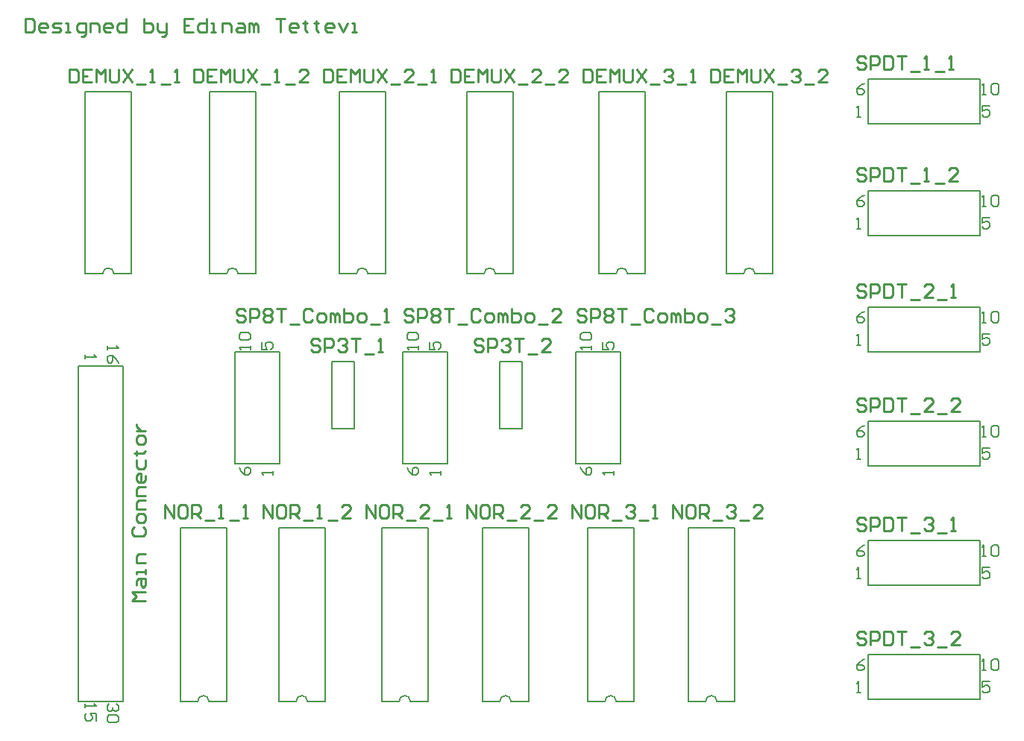
<source format=gto>
G04 Layer_Color=65535*
%FSLAX23Y23*%
%MOIN*%
G70*
G01*
G75*
%ADD10C,0.010*%
%ADD17C,0.008*%
%ADD18C,0.008*%
D10*
X165Y3420D02*
Y3360D01*
X195D01*
X205Y3370D01*
Y3410D01*
X195Y3420D01*
X165D01*
X255Y3360D02*
X235D01*
X225Y3370D01*
Y3390D01*
X235Y3400D01*
X255D01*
X265Y3390D01*
Y3380D01*
X225D01*
X285Y3360D02*
X315D01*
X325Y3370D01*
X315Y3380D01*
X295D01*
X285Y3390D01*
X295Y3400D01*
X325D01*
X345Y3360D02*
X365D01*
X355D01*
Y3400D01*
X345D01*
X415Y3340D02*
X425D01*
X435Y3350D01*
Y3400D01*
X405D01*
X395Y3390D01*
Y3370D01*
X405Y3360D01*
X435D01*
X455D02*
Y3400D01*
X485D01*
X495Y3390D01*
Y3360D01*
X545D02*
X525D01*
X515Y3370D01*
Y3390D01*
X525Y3400D01*
X545D01*
X555Y3390D01*
Y3380D01*
X515D01*
X615Y3420D02*
Y3360D01*
X585D01*
X575Y3370D01*
Y3390D01*
X585Y3400D01*
X615D01*
X695Y3420D02*
Y3360D01*
X725D01*
X735Y3370D01*
Y3380D01*
Y3390D01*
X725Y3400D01*
X695D01*
X755D02*
Y3370D01*
X765Y3360D01*
X795D01*
Y3350D01*
X785Y3340D01*
X775D01*
X795Y3360D02*
Y3400D01*
X915Y3420D02*
X875D01*
Y3360D01*
X915D01*
X875Y3390D02*
X895D01*
X975Y3420D02*
Y3360D01*
X945D01*
X935Y3370D01*
Y3390D01*
X945Y3400D01*
X975D01*
X995Y3360D02*
X1015D01*
X1005D01*
Y3400D01*
X995D01*
X1045Y3360D02*
Y3400D01*
X1075D01*
X1085Y3390D01*
Y3360D01*
X1115Y3400D02*
X1135D01*
X1145Y3390D01*
Y3360D01*
X1115D01*
X1105Y3370D01*
X1115Y3380D01*
X1145D01*
X1165Y3360D02*
Y3400D01*
X1175D01*
X1185Y3390D01*
Y3360D01*
Y3390D01*
X1195Y3400D01*
X1205Y3390D01*
Y3360D01*
X1285Y3420D02*
X1325D01*
X1305D01*
Y3360D01*
X1375D02*
X1355D01*
X1345Y3370D01*
Y3390D01*
X1355Y3400D01*
X1375D01*
X1385Y3390D01*
Y3380D01*
X1345D01*
X1415Y3410D02*
Y3400D01*
X1405D01*
X1425D01*
X1415D01*
Y3370D01*
X1425Y3360D01*
X1465Y3410D02*
Y3400D01*
X1455D01*
X1475D01*
X1465D01*
Y3370D01*
X1475Y3360D01*
X1535D02*
X1515D01*
X1505Y3370D01*
Y3390D01*
X1515Y3400D01*
X1535D01*
X1545Y3390D01*
Y3380D01*
X1505D01*
X1565Y3400D02*
X1585Y3360D01*
X1605Y3400D01*
X1625Y3360D02*
X1645D01*
X1635D01*
Y3400D01*
X1625D01*
X1480Y1980D02*
X1470Y1990D01*
X1450D01*
X1440Y1980D01*
Y1970D01*
X1450Y1960D01*
X1470D01*
X1480Y1950D01*
Y1940D01*
X1470Y1930D01*
X1450D01*
X1440Y1940D01*
X1500Y1930D02*
Y1990D01*
X1530D01*
X1540Y1980D01*
Y1960D01*
X1530Y1950D01*
X1500D01*
X1560Y1980D02*
X1570Y1990D01*
X1590D01*
X1600Y1980D01*
Y1970D01*
X1590Y1960D01*
X1580D01*
X1590D01*
X1600Y1950D01*
Y1940D01*
X1590Y1930D01*
X1570D01*
X1560Y1940D01*
X1620Y1990D02*
X1660D01*
X1640D01*
Y1930D01*
X1680Y1920D02*
X1720D01*
X1740Y1930D02*
X1760D01*
X1750D01*
Y1990D01*
X1740Y1980D01*
X2210D02*
X2200Y1990D01*
X2180D01*
X2170Y1980D01*
Y1970D01*
X2180Y1960D01*
X2200D01*
X2210Y1950D01*
Y1940D01*
X2200Y1930D01*
X2180D01*
X2170Y1940D01*
X2230Y1930D02*
Y1990D01*
X2260D01*
X2270Y1980D01*
Y1960D01*
X2260Y1950D01*
X2230D01*
X2290Y1980D02*
X2300Y1990D01*
X2320D01*
X2330Y1980D01*
Y1970D01*
X2320Y1960D01*
X2310D01*
X2320D01*
X2330Y1950D01*
Y1940D01*
X2320Y1930D01*
X2300D01*
X2290Y1940D01*
X2350Y1990D02*
X2390D01*
X2370D01*
Y1930D01*
X2410Y1920D02*
X2450D01*
X2510Y1930D02*
X2470D01*
X2510Y1970D01*
Y1980D01*
X2500Y1990D01*
X2480D01*
X2470Y1980D01*
X700Y815D02*
X640D01*
X660Y835D01*
X640Y855D01*
X700D01*
X660Y885D02*
Y905D01*
X670Y915D01*
X700D01*
Y885D01*
X690Y875D01*
X680Y885D01*
Y915D01*
X700Y935D02*
Y955D01*
Y945D01*
X660D01*
Y935D01*
X700Y985D02*
X660D01*
Y1015D01*
X670Y1025D01*
X700D01*
X650Y1145D02*
X640Y1135D01*
Y1115D01*
X650Y1105D01*
X690D01*
X700Y1115D01*
Y1135D01*
X690Y1145D01*
X700Y1175D02*
Y1195D01*
X690Y1205D01*
X670D01*
X660Y1195D01*
Y1175D01*
X670Y1165D01*
X690D01*
X700Y1175D01*
Y1225D02*
X660D01*
Y1255D01*
X670Y1265D01*
X700D01*
Y1285D02*
X660D01*
Y1315D01*
X670Y1325D01*
X700D01*
Y1375D02*
Y1355D01*
X690Y1345D01*
X670D01*
X660Y1355D01*
Y1375D01*
X670Y1385D01*
X680D01*
Y1345D01*
X660Y1445D02*
Y1415D01*
X670Y1405D01*
X690D01*
X700Y1415D01*
Y1445D01*
X650Y1475D02*
X660D01*
Y1465D01*
Y1485D01*
Y1475D01*
X690D01*
X700Y1485D01*
Y1525D02*
Y1545D01*
X690Y1555D01*
X670D01*
X660Y1545D01*
Y1525D01*
X670Y1515D01*
X690D01*
X700Y1525D01*
X660Y1575D02*
X700D01*
X680D01*
X670Y1585D01*
X660Y1595D01*
Y1605D01*
X3922Y669D02*
X3912Y679D01*
X3892D01*
X3882Y669D01*
Y659D01*
X3892Y649D01*
X3912D01*
X3922Y639D01*
Y629D01*
X3912Y619D01*
X3892D01*
X3882Y629D01*
X3942Y619D02*
Y679D01*
X3972D01*
X3982Y669D01*
Y649D01*
X3972Y639D01*
X3942D01*
X4002Y679D02*
Y619D01*
X4032D01*
X4042Y629D01*
Y669D01*
X4032Y679D01*
X4002D01*
X4062D02*
X4102D01*
X4082D01*
Y619D01*
X4122Y609D02*
X4162D01*
X4182Y669D02*
X4192Y679D01*
X4212D01*
X4222Y669D01*
Y659D01*
X4212Y649D01*
X4202D01*
X4212D01*
X4222Y639D01*
Y629D01*
X4212Y619D01*
X4192D01*
X4182Y629D01*
X4242Y609D02*
X4282D01*
X4342Y619D02*
X4302D01*
X4342Y659D01*
Y669D01*
X4332Y679D01*
X4312D01*
X4302Y669D01*
X3922Y1179D02*
X3912Y1189D01*
X3892D01*
X3882Y1179D01*
Y1169D01*
X3892Y1159D01*
X3912D01*
X3922Y1149D01*
Y1139D01*
X3912Y1129D01*
X3892D01*
X3882Y1139D01*
X3942Y1129D02*
Y1189D01*
X3972D01*
X3982Y1179D01*
Y1159D01*
X3972Y1149D01*
X3942D01*
X4002Y1189D02*
Y1129D01*
X4032D01*
X4042Y1139D01*
Y1179D01*
X4032Y1189D01*
X4002D01*
X4062D02*
X4102D01*
X4082D01*
Y1129D01*
X4122Y1119D02*
X4162D01*
X4182Y1179D02*
X4192Y1189D01*
X4212D01*
X4222Y1179D01*
Y1169D01*
X4212Y1159D01*
X4202D01*
X4212D01*
X4222Y1149D01*
Y1139D01*
X4212Y1129D01*
X4192D01*
X4182Y1139D01*
X4242Y1119D02*
X4282D01*
X4302Y1129D02*
X4322D01*
X4312D01*
Y1189D01*
X4302Y1179D01*
X3922Y1714D02*
X3912Y1724D01*
X3892D01*
X3882Y1714D01*
Y1704D01*
X3892Y1694D01*
X3912D01*
X3922Y1684D01*
Y1674D01*
X3912Y1664D01*
X3892D01*
X3882Y1674D01*
X3942Y1664D02*
Y1724D01*
X3972D01*
X3982Y1714D01*
Y1694D01*
X3972Y1684D01*
X3942D01*
X4002Y1724D02*
Y1664D01*
X4032D01*
X4042Y1674D01*
Y1714D01*
X4032Y1724D01*
X4002D01*
X4062D02*
X4102D01*
X4082D01*
Y1664D01*
X4122Y1654D02*
X4162D01*
X4222Y1664D02*
X4182D01*
X4222Y1704D01*
Y1714D01*
X4212Y1724D01*
X4192D01*
X4182Y1714D01*
X4242Y1654D02*
X4282D01*
X4342Y1664D02*
X4302D01*
X4342Y1704D01*
Y1714D01*
X4332Y1724D01*
X4312D01*
X4302Y1714D01*
X3922Y2224D02*
X3912Y2234D01*
X3892D01*
X3882Y2224D01*
Y2214D01*
X3892Y2204D01*
X3912D01*
X3922Y2194D01*
Y2184D01*
X3912Y2174D01*
X3892D01*
X3882Y2184D01*
X3942Y2174D02*
Y2234D01*
X3972D01*
X3982Y2224D01*
Y2204D01*
X3972Y2194D01*
X3942D01*
X4002Y2234D02*
Y2174D01*
X4032D01*
X4042Y2184D01*
Y2224D01*
X4032Y2234D01*
X4002D01*
X4062D02*
X4102D01*
X4082D01*
Y2174D01*
X4122Y2164D02*
X4162D01*
X4222Y2174D02*
X4182D01*
X4222Y2214D01*
Y2224D01*
X4212Y2234D01*
X4192D01*
X4182Y2224D01*
X4242Y2164D02*
X4282D01*
X4302Y2174D02*
X4322D01*
X4312D01*
Y2234D01*
X4302Y2224D01*
X3922Y2744D02*
X3912Y2754D01*
X3892D01*
X3882Y2744D01*
Y2734D01*
X3892Y2724D01*
X3912D01*
X3922Y2714D01*
Y2704D01*
X3912Y2694D01*
X3892D01*
X3882Y2704D01*
X3942Y2694D02*
Y2754D01*
X3972D01*
X3982Y2744D01*
Y2724D01*
X3972Y2714D01*
X3942D01*
X4002Y2754D02*
Y2694D01*
X4032D01*
X4042Y2704D01*
Y2744D01*
X4032Y2754D01*
X4002D01*
X4062D02*
X4102D01*
X4082D01*
Y2694D01*
X4122Y2684D02*
X4162D01*
X4182Y2694D02*
X4202D01*
X4192D01*
Y2754D01*
X4182Y2744D01*
X4232Y2684D02*
X4272D01*
X4332Y2694D02*
X4292D01*
X4332Y2734D01*
Y2744D01*
X4322Y2754D01*
X4302D01*
X4292Y2744D01*
X3922Y3244D02*
X3912Y3254D01*
X3892D01*
X3882Y3244D01*
Y3234D01*
X3892Y3224D01*
X3912D01*
X3922Y3214D01*
Y3204D01*
X3912Y3194D01*
X3892D01*
X3882Y3204D01*
X3942Y3194D02*
Y3254D01*
X3972D01*
X3982Y3244D01*
Y3224D01*
X3972Y3214D01*
X3942D01*
X4002Y3254D02*
Y3194D01*
X4032D01*
X4042Y3204D01*
Y3244D01*
X4032Y3254D01*
X4002D01*
X4062D02*
X4102D01*
X4082D01*
Y3194D01*
X4122Y3184D02*
X4162D01*
X4182Y3194D02*
X4202D01*
X4192D01*
Y3254D01*
X4182Y3244D01*
X4232Y3184D02*
X4272D01*
X4292Y3194D02*
X4312D01*
X4302D01*
Y3254D01*
X4292Y3244D01*
X3056Y1187D02*
Y1247D01*
X3096Y1187D01*
Y1247D01*
X3146D02*
X3126D01*
X3116Y1237D01*
Y1197D01*
X3126Y1187D01*
X3146D01*
X3156Y1197D01*
Y1237D01*
X3146Y1247D01*
X3176Y1187D02*
Y1247D01*
X3206D01*
X3216Y1237D01*
Y1217D01*
X3206Y1207D01*
X3176D01*
X3196D02*
X3216Y1187D01*
X3236Y1177D02*
X3276D01*
X3296Y1237D02*
X3306Y1247D01*
X3326D01*
X3336Y1237D01*
Y1227D01*
X3326Y1217D01*
X3316D01*
X3326D01*
X3336Y1207D01*
Y1197D01*
X3326Y1187D01*
X3306D01*
X3296Y1197D01*
X3356Y1177D02*
X3396D01*
X3456Y1187D02*
X3416D01*
X3456Y1227D01*
Y1237D01*
X3446Y1247D01*
X3426D01*
X3416Y1237D01*
X2606Y1187D02*
Y1247D01*
X2646Y1187D01*
Y1247D01*
X2696D02*
X2676D01*
X2666Y1237D01*
Y1197D01*
X2676Y1187D01*
X2696D01*
X2706Y1197D01*
Y1237D01*
X2696Y1247D01*
X2726Y1187D02*
Y1247D01*
X2756D01*
X2766Y1237D01*
Y1217D01*
X2756Y1207D01*
X2726D01*
X2746D02*
X2766Y1187D01*
X2786Y1177D02*
X2826D01*
X2846Y1237D02*
X2856Y1247D01*
X2876D01*
X2886Y1237D01*
Y1227D01*
X2876Y1217D01*
X2866D01*
X2876D01*
X2886Y1207D01*
Y1197D01*
X2876Y1187D01*
X2856D01*
X2846Y1197D01*
X2906Y1177D02*
X2946D01*
X2966Y1187D02*
X2986D01*
X2976D01*
Y1247D01*
X2966Y1237D01*
X2136Y1187D02*
Y1247D01*
X2176Y1187D01*
Y1247D01*
X2226D02*
X2206D01*
X2196Y1237D01*
Y1197D01*
X2206Y1187D01*
X2226D01*
X2236Y1197D01*
Y1237D01*
X2226Y1247D01*
X2256Y1187D02*
Y1247D01*
X2286D01*
X2296Y1237D01*
Y1217D01*
X2286Y1207D01*
X2256D01*
X2276D02*
X2296Y1187D01*
X2316Y1177D02*
X2356D01*
X2416Y1187D02*
X2376D01*
X2416Y1227D01*
Y1237D01*
X2406Y1247D01*
X2386D01*
X2376Y1237D01*
X2436Y1177D02*
X2476D01*
X2536Y1187D02*
X2496D01*
X2536Y1227D01*
Y1237D01*
X2526Y1247D01*
X2506D01*
X2496Y1237D01*
X1686Y1187D02*
Y1247D01*
X1726Y1187D01*
Y1247D01*
X1776D02*
X1756D01*
X1746Y1237D01*
Y1197D01*
X1756Y1187D01*
X1776D01*
X1786Y1197D01*
Y1237D01*
X1776Y1247D01*
X1806Y1187D02*
Y1247D01*
X1836D01*
X1846Y1237D01*
Y1217D01*
X1836Y1207D01*
X1806D01*
X1826D02*
X1846Y1187D01*
X1866Y1177D02*
X1906D01*
X1966Y1187D02*
X1926D01*
X1966Y1227D01*
Y1237D01*
X1956Y1247D01*
X1936D01*
X1926Y1237D01*
X1986Y1177D02*
X2026D01*
X2046Y1187D02*
X2066D01*
X2056D01*
Y1247D01*
X2046Y1237D01*
X1226Y1187D02*
Y1247D01*
X1266Y1187D01*
Y1247D01*
X1316D02*
X1296D01*
X1286Y1237D01*
Y1197D01*
X1296Y1187D01*
X1316D01*
X1326Y1197D01*
Y1237D01*
X1316Y1247D01*
X1346Y1187D02*
Y1247D01*
X1376D01*
X1386Y1237D01*
Y1217D01*
X1376Y1207D01*
X1346D01*
X1366D02*
X1386Y1187D01*
X1406Y1177D02*
X1446D01*
X1466Y1187D02*
X1486D01*
X1476D01*
Y1247D01*
X1466Y1237D01*
X1516Y1177D02*
X1556D01*
X1616Y1187D02*
X1576D01*
X1616Y1227D01*
Y1237D01*
X1606Y1247D01*
X1586D01*
X1576Y1237D01*
X786Y1187D02*
Y1247D01*
X826Y1187D01*
Y1247D01*
X876D02*
X856D01*
X846Y1237D01*
Y1197D01*
X856Y1187D01*
X876D01*
X886Y1197D01*
Y1237D01*
X876Y1247D01*
X906Y1187D02*
Y1247D01*
X936D01*
X946Y1237D01*
Y1217D01*
X936Y1207D01*
X906D01*
X926D02*
X946Y1187D01*
X966Y1177D02*
X1006D01*
X1026Y1187D02*
X1046D01*
X1036D01*
Y1247D01*
X1026Y1237D01*
X1076Y1177D02*
X1116D01*
X1136Y1187D02*
X1156D01*
X1146D01*
Y1247D01*
X1136Y1237D01*
X3227Y3194D02*
Y3135D01*
X3256D01*
X3266Y3144D01*
Y3184D01*
X3256Y3194D01*
X3227D01*
X3326D02*
X3286D01*
Y3135D01*
X3326D01*
X3286Y3164D02*
X3306D01*
X3346Y3135D02*
Y3194D01*
X3366Y3174D01*
X3386Y3194D01*
Y3135D01*
X3406Y3194D02*
Y3144D01*
X3416Y3135D01*
X3436D01*
X3446Y3144D01*
Y3194D01*
X3466D02*
X3506Y3135D01*
Y3194D02*
X3466Y3135D01*
X3526Y3125D02*
X3566D01*
X3586Y3184D02*
X3596Y3194D01*
X3616D01*
X3626Y3184D01*
Y3174D01*
X3616Y3164D01*
X3606D01*
X3616D01*
X3626Y3154D01*
Y3144D01*
X3616Y3135D01*
X3596D01*
X3586Y3144D01*
X3646Y3125D02*
X3686D01*
X3746Y3135D02*
X3706D01*
X3746Y3174D01*
Y3184D01*
X3736Y3194D01*
X3716D01*
X3706Y3184D01*
X2657Y3194D02*
Y3135D01*
X2686D01*
X2696Y3144D01*
Y3184D01*
X2686Y3194D01*
X2657D01*
X2756D02*
X2716D01*
Y3135D01*
X2756D01*
X2716Y3164D02*
X2736D01*
X2776Y3135D02*
Y3194D01*
X2796Y3174D01*
X2816Y3194D01*
Y3135D01*
X2836Y3194D02*
Y3144D01*
X2846Y3135D01*
X2866D01*
X2876Y3144D01*
Y3194D01*
X2896D02*
X2936Y3135D01*
Y3194D02*
X2896Y3135D01*
X2956Y3125D02*
X2996D01*
X3016Y3184D02*
X3026Y3194D01*
X3046D01*
X3056Y3184D01*
Y3174D01*
X3046Y3164D01*
X3036D01*
X3046D01*
X3056Y3154D01*
Y3144D01*
X3046Y3135D01*
X3026D01*
X3016Y3144D01*
X3076Y3125D02*
X3116D01*
X3136Y3135D02*
X3156D01*
X3146D01*
Y3194D01*
X3136Y3184D01*
X2067Y3194D02*
Y3135D01*
X2096D01*
X2106Y3144D01*
Y3184D01*
X2096Y3194D01*
X2067D01*
X2166D02*
X2126D01*
Y3135D01*
X2166D01*
X2126Y3164D02*
X2146D01*
X2186Y3135D02*
Y3194D01*
X2206Y3174D01*
X2226Y3194D01*
Y3135D01*
X2246Y3194D02*
Y3144D01*
X2256Y3135D01*
X2276D01*
X2286Y3144D01*
Y3194D01*
X2306D02*
X2346Y3135D01*
Y3194D02*
X2306Y3135D01*
X2366Y3125D02*
X2406D01*
X2466Y3135D02*
X2426D01*
X2466Y3174D01*
Y3184D01*
X2456Y3194D01*
X2436D01*
X2426Y3184D01*
X2486Y3125D02*
X2526D01*
X2586Y3135D02*
X2546D01*
X2586Y3174D01*
Y3184D01*
X2576Y3194D01*
X2556D01*
X2546Y3184D01*
X1497Y3194D02*
Y3135D01*
X1526D01*
X1536Y3144D01*
Y3184D01*
X1526Y3194D01*
X1497D01*
X1596D02*
X1556D01*
Y3135D01*
X1596D01*
X1556Y3164D02*
X1576D01*
X1616Y3135D02*
Y3194D01*
X1636Y3174D01*
X1656Y3194D01*
Y3135D01*
X1676Y3194D02*
Y3144D01*
X1686Y3135D01*
X1706D01*
X1716Y3144D01*
Y3194D01*
X1736D02*
X1776Y3135D01*
Y3194D02*
X1736Y3135D01*
X1796Y3125D02*
X1836D01*
X1896Y3135D02*
X1856D01*
X1896Y3174D01*
Y3184D01*
X1886Y3194D01*
X1866D01*
X1856Y3184D01*
X1916Y3125D02*
X1956D01*
X1976Y3135D02*
X1996D01*
X1986D01*
Y3194D01*
X1976Y3184D01*
X917Y3194D02*
Y3135D01*
X946D01*
X956Y3144D01*
Y3184D01*
X946Y3194D01*
X917D01*
X1016D02*
X976D01*
Y3135D01*
X1016D01*
X976Y3164D02*
X996D01*
X1036Y3135D02*
Y3194D01*
X1056Y3174D01*
X1076Y3194D01*
Y3135D01*
X1096Y3194D02*
Y3144D01*
X1106Y3135D01*
X1126D01*
X1136Y3144D01*
Y3194D01*
X1156D02*
X1196Y3135D01*
Y3194D02*
X1156Y3135D01*
X1216Y3125D02*
X1256D01*
X1276Y3135D02*
X1296D01*
X1286D01*
Y3194D01*
X1276Y3184D01*
X1326Y3125D02*
X1366D01*
X1426Y3135D02*
X1386D01*
X1426Y3174D01*
Y3184D01*
X1416Y3194D01*
X1396D01*
X1386Y3184D01*
X362Y3194D02*
Y3135D01*
X391D01*
X401Y3144D01*
Y3184D01*
X391Y3194D01*
X362D01*
X461D02*
X421D01*
Y3135D01*
X461D01*
X421Y3164D02*
X441D01*
X481Y3135D02*
Y3194D01*
X501Y3174D01*
X521Y3194D01*
Y3135D01*
X541Y3194D02*
Y3144D01*
X551Y3135D01*
X571D01*
X581Y3144D01*
Y3194D01*
X601D02*
X641Y3135D01*
Y3194D02*
X601Y3135D01*
X661Y3125D02*
X701D01*
X721Y3135D02*
X741D01*
X731D01*
Y3194D01*
X721Y3184D01*
X771Y3125D02*
X811D01*
X831Y3135D02*
X851D01*
X841D01*
Y3194D01*
X831Y3184D01*
X2671Y2112D02*
X2661Y2122D01*
X2641D01*
X2632Y2112D01*
Y2102D01*
X2641Y2092D01*
X2661D01*
X2671Y2082D01*
Y2072D01*
X2661Y2063D01*
X2641D01*
X2632Y2072D01*
X2691Y2063D02*
Y2122D01*
X2721D01*
X2731Y2112D01*
Y2092D01*
X2721Y2082D01*
X2691D01*
X2751Y2112D02*
X2761Y2122D01*
X2781D01*
X2791Y2112D01*
Y2102D01*
X2781Y2092D01*
X2791Y2082D01*
Y2072D01*
X2781Y2063D01*
X2761D01*
X2751Y2072D01*
Y2082D01*
X2761Y2092D01*
X2751Y2102D01*
Y2112D01*
X2761Y2092D02*
X2781D01*
X2811Y2122D02*
X2851D01*
X2831D01*
Y2063D01*
X2871Y2053D02*
X2911D01*
X2971Y2112D02*
X2961Y2122D01*
X2941D01*
X2931Y2112D01*
Y2072D01*
X2941Y2063D01*
X2961D01*
X2971Y2072D01*
X3001Y2063D02*
X3021D01*
X3031Y2072D01*
Y2092D01*
X3021Y2102D01*
X3001D01*
X2991Y2092D01*
Y2072D01*
X3001Y2063D01*
X3051D02*
Y2102D01*
X3061D01*
X3071Y2092D01*
Y2063D01*
Y2092D01*
X3081Y2102D01*
X3091Y2092D01*
Y2063D01*
X3111Y2122D02*
Y2063D01*
X3141D01*
X3151Y2072D01*
Y2082D01*
Y2092D01*
X3141Y2102D01*
X3111D01*
X3181Y2063D02*
X3201D01*
X3211Y2072D01*
Y2092D01*
X3201Y2102D01*
X3181D01*
X3171Y2092D01*
Y2072D01*
X3181Y2063D01*
X3231Y2053D02*
X3271D01*
X3291Y2112D02*
X3301Y2122D01*
X3321D01*
X3331Y2112D01*
Y2102D01*
X3321Y2092D01*
X3311D01*
X3321D01*
X3331Y2082D01*
Y2072D01*
X3321Y2063D01*
X3301D01*
X3291Y2072D01*
X1896Y2112D02*
X1886Y2122D01*
X1866D01*
X1857Y2112D01*
Y2102D01*
X1866Y2092D01*
X1886D01*
X1896Y2082D01*
Y2072D01*
X1886Y2063D01*
X1866D01*
X1857Y2072D01*
X1916Y2063D02*
Y2122D01*
X1946D01*
X1956Y2112D01*
Y2092D01*
X1946Y2082D01*
X1916D01*
X1976Y2112D02*
X1986Y2122D01*
X2006D01*
X2016Y2112D01*
Y2102D01*
X2006Y2092D01*
X2016Y2082D01*
Y2072D01*
X2006Y2063D01*
X1986D01*
X1976Y2072D01*
Y2082D01*
X1986Y2092D01*
X1976Y2102D01*
Y2112D01*
X1986Y2092D02*
X2006D01*
X2036Y2122D02*
X2076D01*
X2056D01*
Y2063D01*
X2096Y2053D02*
X2136D01*
X2196Y2112D02*
X2186Y2122D01*
X2166D01*
X2156Y2112D01*
Y2072D01*
X2166Y2063D01*
X2186D01*
X2196Y2072D01*
X2226Y2063D02*
X2246D01*
X2256Y2072D01*
Y2092D01*
X2246Y2102D01*
X2226D01*
X2216Y2092D01*
Y2072D01*
X2226Y2063D01*
X2276D02*
Y2102D01*
X2286D01*
X2296Y2092D01*
Y2063D01*
Y2092D01*
X2306Y2102D01*
X2316Y2092D01*
Y2063D01*
X2336Y2122D02*
Y2063D01*
X2366D01*
X2376Y2072D01*
Y2082D01*
Y2092D01*
X2366Y2102D01*
X2336D01*
X2406Y2063D02*
X2426D01*
X2436Y2072D01*
Y2092D01*
X2426Y2102D01*
X2406D01*
X2396Y2092D01*
Y2072D01*
X2406Y2063D01*
X2456Y2053D02*
X2496D01*
X2556Y2063D02*
X2516D01*
X2556Y2102D01*
Y2112D01*
X2546Y2122D01*
X2526D01*
X2516Y2112D01*
X1146D02*
X1136Y2122D01*
X1116D01*
X1107Y2112D01*
Y2102D01*
X1116Y2092D01*
X1136D01*
X1146Y2082D01*
Y2072D01*
X1136Y2063D01*
X1116D01*
X1107Y2072D01*
X1166Y2063D02*
Y2122D01*
X1196D01*
X1206Y2112D01*
Y2092D01*
X1196Y2082D01*
X1166D01*
X1226Y2112D02*
X1236Y2122D01*
X1256D01*
X1266Y2112D01*
Y2102D01*
X1256Y2092D01*
X1266Y2082D01*
Y2072D01*
X1256Y2063D01*
X1236D01*
X1226Y2072D01*
Y2082D01*
X1236Y2092D01*
X1226Y2102D01*
Y2112D01*
X1236Y2092D02*
X1256D01*
X1286Y2122D02*
X1326D01*
X1306D01*
Y2063D01*
X1346Y2053D02*
X1386D01*
X1446Y2112D02*
X1436Y2122D01*
X1416D01*
X1406Y2112D01*
Y2072D01*
X1416Y2063D01*
X1436D01*
X1446Y2072D01*
X1476Y2063D02*
X1496D01*
X1506Y2072D01*
Y2092D01*
X1496Y2102D01*
X1476D01*
X1466Y2092D01*
Y2072D01*
X1476Y2063D01*
X1526D02*
Y2102D01*
X1536D01*
X1546Y2092D01*
Y2063D01*
Y2092D01*
X1556Y2102D01*
X1566Y2092D01*
Y2063D01*
X1586Y2122D02*
Y2063D01*
X1616D01*
X1626Y2072D01*
Y2082D01*
Y2092D01*
X1616Y2102D01*
X1586D01*
X1656Y2063D02*
X1676D01*
X1686Y2072D01*
Y2092D01*
X1676Y2102D01*
X1656D01*
X1646Y2092D01*
Y2072D01*
X1656Y2063D01*
X1706Y2053D02*
X1746D01*
X1766Y2063D02*
X1786D01*
X1776D01*
Y2122D01*
X1766Y2112D01*
D17*
X3255Y367D02*
G03*
X3205Y367I-25J0D01*
G01*
X2805D02*
G03*
X2755Y367I-25J0D01*
G01*
X2335D02*
G03*
X2285Y367I-25J0D01*
G01*
X1885D02*
G03*
X1835Y367I-25J0D01*
G01*
X1425D02*
G03*
X1375Y367I-25J0D01*
G01*
X985D02*
G03*
X935Y367I-25J0D01*
G01*
X3425Y2279D02*
G03*
X3375Y2279I-25J0D01*
G01*
X2855D02*
G03*
X2805Y2279I-25J0D01*
G01*
X2265D02*
G03*
X2215Y2279I-25J0D01*
G01*
X1695D02*
G03*
X1645Y2279I-25J0D01*
G01*
X1115D02*
G03*
X1065Y2279I-25J0D01*
G01*
X560D02*
G03*
X510Y2279I-25J0D01*
G01*
X1635Y1585D02*
Y1885D01*
X1535D02*
X1635D01*
X1535Y1585D02*
Y1885D01*
Y1585D02*
X1635D01*
X2385D02*
Y1885D01*
X2285D02*
X2385D01*
X2285Y1585D02*
Y1885D01*
Y1585D02*
X2385D01*
X400Y365D02*
X600D01*
X400D02*
Y1865D01*
X600Y365D02*
Y1865D01*
X400D02*
X600D01*
X3930Y375D02*
Y575D01*
Y375D02*
X4430D01*
Y575D01*
X3930D02*
X4430D01*
X3930Y885D02*
Y1085D01*
Y885D02*
X4430D01*
Y1085D01*
X3930D02*
X4430D01*
X3930Y1420D02*
Y1620D01*
Y1420D02*
X4430D01*
Y1620D01*
X3930D02*
X4430D01*
X3930Y1930D02*
Y2130D01*
Y1930D02*
X4430D01*
Y2130D01*
X3930D02*
X4430D01*
X3930Y2450D02*
Y2650D01*
Y2450D02*
X4430D01*
Y2650D01*
X3930D02*
X4430D01*
X3930Y2950D02*
Y3150D01*
Y2950D02*
X4430D01*
Y3150D01*
X3930D02*
X4430D01*
X3126Y367D02*
Y1143D01*
X3334Y367D02*
Y1143D01*
X3126D02*
X3334D01*
X3126Y367D02*
X3205D01*
X3255D02*
X3334D01*
X2676D02*
Y1143D01*
X2884Y367D02*
Y1143D01*
X2676D02*
X2884D01*
X2676Y367D02*
X2755D01*
X2805D02*
X2884D01*
X2206D02*
Y1143D01*
X2414Y367D02*
Y1143D01*
X2206D02*
X2414D01*
X2206Y367D02*
X2285D01*
X2335D02*
X2414D01*
X1756D02*
Y1143D01*
X1964Y367D02*
Y1143D01*
X1756D02*
X1964D01*
X1756Y367D02*
X1835D01*
X1885D02*
X1964D01*
X1296D02*
Y1143D01*
X1504Y367D02*
Y1143D01*
X1296D02*
X1504D01*
X1296Y367D02*
X1375D01*
X1425D02*
X1504D01*
X856D02*
Y1143D01*
X1064Y367D02*
Y1143D01*
X856D02*
X1064D01*
X856Y367D02*
X935D01*
X985D02*
X1064D01*
X3296Y2279D02*
Y3091D01*
X3504Y2279D02*
Y3091D01*
X3296D02*
X3504D01*
X3296Y2279D02*
X3375D01*
X3425D02*
X3504D01*
X2726D02*
Y3091D01*
X2934Y2279D02*
Y3091D01*
X2726D02*
X2934D01*
X2726Y2279D02*
X2805D01*
X2855D02*
X2934D01*
X2136D02*
Y3091D01*
X2344Y2279D02*
Y3091D01*
X2136D02*
X2344D01*
X2136Y2279D02*
X2215D01*
X2265D02*
X2344D01*
X1566D02*
Y3091D01*
X1774Y2279D02*
Y3091D01*
X1566D02*
X1774D01*
X1566Y2279D02*
X1645D01*
X1695D02*
X1774D01*
X986D02*
Y3091D01*
X1194Y2279D02*
Y3091D01*
X986D02*
X1194D01*
X986Y2279D02*
X1065D01*
X1115D02*
X1194D01*
X431D02*
Y3091D01*
X639Y2279D02*
Y3091D01*
X431D02*
X639D01*
X431Y2279D02*
X510D01*
X560D02*
X639D01*
X2625Y1430D02*
X2825D01*
Y1930D01*
X2625D02*
X2825D01*
X2625Y1430D02*
Y1930D01*
X1850Y1430D02*
X2050D01*
Y1930D01*
X1850D02*
X2050D01*
X1850Y1430D02*
Y1930D01*
X1100Y1430D02*
X1300D01*
Y1930D01*
X1100D02*
X1300D01*
X1100Y1430D02*
Y1930D01*
D18*
X572Y355D02*
X580Y347D01*
Y330D01*
X572Y322D01*
X563D01*
X555Y330D01*
Y338D01*
Y330D01*
X547Y322D01*
X538D01*
X530Y330D01*
Y347D01*
X538Y355D01*
X572Y305D02*
X580Y297D01*
Y280D01*
X572Y272D01*
X538D01*
X530Y280D01*
Y297D01*
X538Y305D01*
X572D01*
X430Y355D02*
Y338D01*
Y347D01*
X480D01*
X472Y355D01*
X480Y280D02*
Y313D01*
X455D01*
X463Y297D01*
Y288D01*
X455Y280D01*
X438D01*
X430Y288D01*
Y305D01*
X438Y313D01*
X430Y1915D02*
Y1898D01*
Y1907D01*
X480D01*
X472Y1915D01*
X530Y1955D02*
Y1938D01*
Y1947D01*
X580D01*
X572Y1955D01*
X580Y1880D02*
X572Y1897D01*
X555Y1913D01*
X538D01*
X530Y1905D01*
Y1888D01*
X538Y1880D01*
X547D01*
X555Y1888D01*
Y1913D01*
X3913Y555D02*
X3897Y547D01*
X3880Y530D01*
Y513D01*
X3888Y505D01*
X3905D01*
X3913Y513D01*
Y522D01*
X3905Y530D01*
X3880D01*
X4440Y505D02*
X4457D01*
X4448D01*
Y555D01*
X4440Y547D01*
X4482D02*
X4490Y555D01*
X4507D01*
X4515Y547D01*
Y513D01*
X4507Y505D01*
X4490D01*
X4482Y513D01*
Y547D01*
X4473Y455D02*
X4440D01*
Y430D01*
X4457Y438D01*
X4465D01*
X4473Y430D01*
Y413D01*
X4465Y405D01*
X4448D01*
X4440Y413D01*
X3880Y405D02*
X3897D01*
X3888D01*
Y455D01*
X3880Y447D01*
X3913Y1065D02*
X3897Y1057D01*
X3880Y1040D01*
Y1023D01*
X3888Y1015D01*
X3905D01*
X3913Y1023D01*
Y1032D01*
X3905Y1040D01*
X3880D01*
X4440Y1015D02*
X4457D01*
X4448D01*
Y1065D01*
X4440Y1057D01*
X4482D02*
X4490Y1065D01*
X4507D01*
X4515Y1057D01*
Y1023D01*
X4507Y1015D01*
X4490D01*
X4482Y1023D01*
Y1057D01*
X4473Y965D02*
X4440D01*
Y940D01*
X4457Y948D01*
X4465D01*
X4473Y940D01*
Y923D01*
X4465Y915D01*
X4448D01*
X4440Y923D01*
X3880Y915D02*
X3897D01*
X3888D01*
Y965D01*
X3880Y957D01*
X3913Y1600D02*
X3897Y1592D01*
X3880Y1575D01*
Y1558D01*
X3888Y1550D01*
X3905D01*
X3913Y1558D01*
Y1567D01*
X3905Y1575D01*
X3880D01*
X4440Y1550D02*
X4457D01*
X4448D01*
Y1600D01*
X4440Y1592D01*
X4482D02*
X4490Y1600D01*
X4507D01*
X4515Y1592D01*
Y1558D01*
X4507Y1550D01*
X4490D01*
X4482Y1558D01*
Y1592D01*
X4473Y1500D02*
X4440D01*
Y1475D01*
X4457Y1483D01*
X4465D01*
X4473Y1475D01*
Y1458D01*
X4465Y1450D01*
X4448D01*
X4440Y1458D01*
X3880Y1450D02*
X3897D01*
X3888D01*
Y1500D01*
X3880Y1492D01*
X3913Y2110D02*
X3897Y2102D01*
X3880Y2085D01*
Y2068D01*
X3888Y2060D01*
X3905D01*
X3913Y2068D01*
Y2077D01*
X3905Y2085D01*
X3880D01*
X4440Y2060D02*
X4457D01*
X4448D01*
Y2110D01*
X4440Y2102D01*
X4482D02*
X4490Y2110D01*
X4507D01*
X4515Y2102D01*
Y2068D01*
X4507Y2060D01*
X4490D01*
X4482Y2068D01*
Y2102D01*
X4473Y2010D02*
X4440D01*
Y1985D01*
X4457Y1993D01*
X4465D01*
X4473Y1985D01*
Y1968D01*
X4465Y1960D01*
X4448D01*
X4440Y1968D01*
X3880Y1960D02*
X3897D01*
X3888D01*
Y2010D01*
X3880Y2002D01*
X3913Y2630D02*
X3897Y2622D01*
X3880Y2605D01*
Y2588D01*
X3888Y2580D01*
X3905D01*
X3913Y2588D01*
Y2597D01*
X3905Y2605D01*
X3880D01*
X4440Y2580D02*
X4457D01*
X4448D01*
Y2630D01*
X4440Y2622D01*
X4482D02*
X4490Y2630D01*
X4507D01*
X4515Y2622D01*
Y2588D01*
X4507Y2580D01*
X4490D01*
X4482Y2588D01*
Y2622D01*
X4473Y2530D02*
X4440D01*
Y2505D01*
X4457Y2513D01*
X4465D01*
X4473Y2505D01*
Y2488D01*
X4465Y2480D01*
X4448D01*
X4440Y2488D01*
X3880Y2480D02*
X3897D01*
X3888D01*
Y2530D01*
X3880Y2522D01*
X3913Y3130D02*
X3897Y3122D01*
X3880Y3105D01*
Y3088D01*
X3888Y3080D01*
X3905D01*
X3913Y3088D01*
Y3097D01*
X3905Y3105D01*
X3880D01*
X4440Y3080D02*
X4457D01*
X4448D01*
Y3130D01*
X4440Y3122D01*
X4482D02*
X4490Y3130D01*
X4507D01*
X4515Y3122D01*
Y3088D01*
X4507Y3080D01*
X4490D01*
X4482Y3088D01*
Y3122D01*
X4473Y3030D02*
X4440D01*
Y3005D01*
X4457Y3013D01*
X4465D01*
X4473Y3005D01*
Y2988D01*
X4465Y2980D01*
X4448D01*
X4440Y2988D01*
X3880Y2980D02*
X3897D01*
X3888D01*
Y3030D01*
X3880Y3022D01*
X2645Y1413D02*
X2653Y1397D01*
X2670Y1380D01*
X2687D01*
X2695Y1388D01*
Y1405D01*
X2687Y1413D01*
X2678D01*
X2670Y1405D01*
Y1380D01*
X2695Y1940D02*
Y1957D01*
Y1948D01*
X2645D01*
X2653Y1940D01*
Y1982D02*
X2645Y1990D01*
Y2007D01*
X2653Y2015D01*
X2687D01*
X2695Y2007D01*
Y1990D01*
X2687Y1982D01*
X2653D01*
X2745Y1973D02*
Y1940D01*
X2770D01*
X2762Y1957D01*
Y1965D01*
X2770Y1973D01*
X2787D01*
X2795Y1965D01*
Y1948D01*
X2787Y1940D01*
X2795Y1380D02*
Y1397D01*
Y1388D01*
X2745D01*
X2753Y1380D01*
X1870Y1413D02*
X1878Y1397D01*
X1895Y1380D01*
X1912D01*
X1920Y1388D01*
Y1405D01*
X1912Y1413D01*
X1903D01*
X1895Y1405D01*
Y1380D01*
X1920Y1940D02*
Y1957D01*
Y1948D01*
X1870D01*
X1878Y1940D01*
Y1982D02*
X1870Y1990D01*
Y2007D01*
X1878Y2015D01*
X1912D01*
X1920Y2007D01*
Y1990D01*
X1912Y1982D01*
X1878D01*
X1970Y1973D02*
Y1940D01*
X1995D01*
X1987Y1957D01*
Y1965D01*
X1995Y1973D01*
X2012D01*
X2020Y1965D01*
Y1948D01*
X2012Y1940D01*
X2020Y1380D02*
Y1397D01*
Y1388D01*
X1970D01*
X1978Y1380D01*
X1120Y1413D02*
X1128Y1397D01*
X1145Y1380D01*
X1162D01*
X1170Y1388D01*
Y1405D01*
X1162Y1413D01*
X1153D01*
X1145Y1405D01*
Y1380D01*
X1170Y1940D02*
Y1957D01*
Y1948D01*
X1120D01*
X1128Y1940D01*
Y1982D02*
X1120Y1990D01*
Y2007D01*
X1128Y2015D01*
X1162D01*
X1170Y2007D01*
Y1990D01*
X1162Y1982D01*
X1128D01*
X1220Y1973D02*
Y1940D01*
X1245D01*
X1237Y1957D01*
Y1965D01*
X1245Y1973D01*
X1262D01*
X1270Y1965D01*
Y1948D01*
X1262Y1940D01*
X1270Y1380D02*
Y1397D01*
Y1388D01*
X1220D01*
X1228Y1380D01*
M02*

</source>
